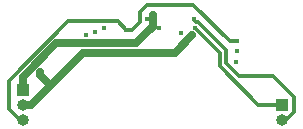
<source format=gbr>
G04 #@! TF.GenerationSoftware,KiCad,Pcbnew,(5.1.4)-1*
G04 #@! TF.CreationDate,2020-09-02T00:42:46-07:00*
G04 #@! TF.ProjectId,LED_Ring,4c45445f-5269-46e6-972e-6b696361645f,rev?*
G04 #@! TF.SameCoordinates,Original*
G04 #@! TF.FileFunction,Copper,L3,Inr*
G04 #@! TF.FilePolarity,Positive*
%FSLAX46Y46*%
G04 Gerber Fmt 4.6, Leading zero omitted, Abs format (unit mm)*
G04 Created by KiCad (PCBNEW (5.1.4)-1) date 2020-09-02 00:42:46*
%MOMM*%
%LPD*%
G04 APERTURE LIST*
%ADD10O,1.000000X1.000000*%
%ADD11R,1.000000X1.000000*%
%ADD12C,0.450000*%
%ADD13C,0.635000*%
%ADD14C,0.304800*%
G04 APERTURE END LIST*
D10*
X99009680Y-75913900D03*
X99009680Y-74643900D03*
D11*
X99009680Y-73373900D03*
D10*
X120941580Y-75913420D03*
D11*
X120941580Y-74643420D03*
D12*
X100457000Y-71882000D03*
X101295200Y-72974200D03*
X113360200Y-68757800D03*
X110540800Y-68097400D03*
X109524800Y-67386200D03*
X105841800Y-68148200D03*
X117068600Y-70967600D03*
X117119400Y-70078600D03*
X104329142Y-68692622D03*
X112395000Y-68554600D03*
X113567106Y-68101094D03*
X113538000Y-67386200D03*
X107752671Y-68281071D03*
X117144800Y-69265800D03*
X105156000Y-68478400D03*
D13*
X99701700Y-74643900D02*
X101879400Y-72466200D01*
X99009680Y-74643900D02*
X99701700Y-74643900D01*
X111887000Y-70231000D02*
X113360200Y-68757800D01*
X101879400Y-72466200D02*
X104114600Y-70231000D01*
X104114600Y-70231000D02*
X111887000Y-70231000D01*
X100462422Y-72141422D02*
X100462422Y-71887422D01*
X101295200Y-72974200D02*
X100462422Y-72141422D01*
X109851800Y-68148200D02*
X110000000Y-68000000D01*
X110000000Y-67000000D02*
X110000000Y-68000000D01*
X108581800Y-69418200D02*
X109496200Y-68503800D01*
X109496200Y-68503800D02*
X110000000Y-68000000D01*
X101854000Y-69418200D02*
X108581800Y-69418200D01*
X99009680Y-73373900D02*
X99009680Y-72262520D01*
X99009680Y-72262520D02*
X101854000Y-69418200D01*
D14*
X119601418Y-74643420D02*
X120941580Y-74643420D01*
X118941020Y-74643420D02*
X119601418Y-74643420D01*
X115671600Y-71374000D02*
X118941020Y-74643420D01*
X113567106Y-68101094D02*
X115671600Y-70205588D01*
X115671600Y-70205588D02*
X115671600Y-71374000D01*
X121945400Y-73939400D02*
X121945400Y-75260200D01*
X120222872Y-72216872D02*
X121945400Y-73939400D01*
X116205000Y-71094600D02*
X117327272Y-72216872D01*
X121292180Y-75913420D02*
X120941580Y-75913420D01*
X113538000Y-67462400D02*
X113672293Y-67596693D01*
X121945400Y-75260200D02*
X121292180Y-75913420D01*
X113538000Y-67386200D02*
X113538000Y-67462400D01*
X113672293Y-67596693D02*
X113809219Y-67596693D01*
X113809219Y-67596693D02*
X116205000Y-69992474D01*
X117327272Y-72216872D02*
X120222872Y-72216872D01*
X116205000Y-69992474D02*
X116205000Y-71094600D01*
X107035600Y-67564000D02*
X107752671Y-68281071D01*
X98799300Y-75913900D02*
X97840800Y-74955400D01*
X97840800Y-74955400D02*
X97840800Y-72587242D01*
X99009680Y-75913900D02*
X98799300Y-75913900D01*
X97840800Y-72587242D02*
X102864042Y-67564000D01*
X102864042Y-67564000D02*
X107035600Y-67564000D01*
X116535200Y-69265800D02*
X117144800Y-69265800D01*
X113436400Y-66167000D02*
X116535200Y-69265800D01*
X108223529Y-68281071D02*
X108915200Y-67589400D01*
X107752671Y-68281071D02*
X108223529Y-68281071D01*
X108915200Y-67589400D02*
X108915200Y-66802000D01*
X108915200Y-66802000D02*
X109550200Y-66167000D01*
X109550200Y-66167000D02*
X113436400Y-66167000D01*
M02*

</source>
